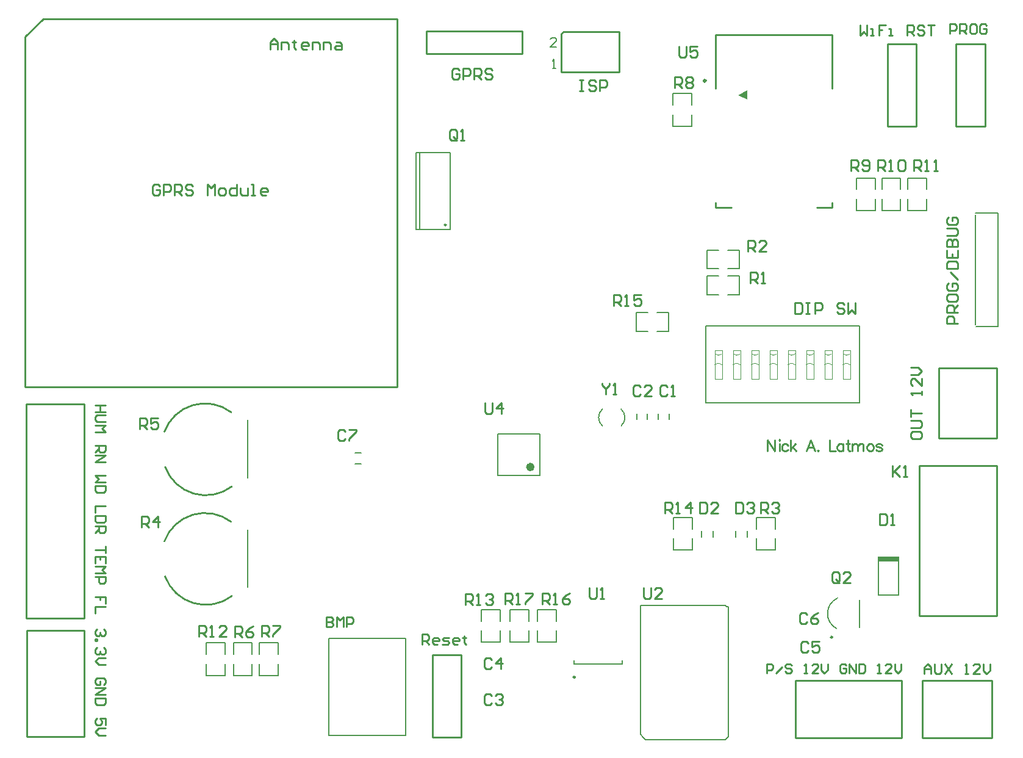
<source format=gto>
%FSLAX25Y25*%
%MOIN*%
G70*
G01*
G75*
G04 Layer_Color=65535*
%ADD10R,0.03937X0.07087*%
%ADD11R,0.03740X0.07480*%
%ADD12R,0.21654X0.27165*%
%ADD13R,0.07087X0.03937*%
%ADD14R,0.07087X0.04331*%
%ADD15R,0.06693X0.04331*%
%ADD16R,0.03937X0.05906*%
%ADD17R,0.08858X0.03937*%
%ADD18O,0.02150X0.05315*%
%ADD19O,0.05315X0.02150*%
%ADD20R,0.43307X0.35433*%
%ADD21O,0.05906X0.17716*%
%ADD22O,0.05906X0.17716*%
%ADD23R,0.05906X0.07087*%
%ADD24R,0.04331X0.06693*%
%ADD25C,0.01378*%
%ADD26C,0.02362*%
%ADD27C,0.04724*%
%ADD28C,0.03150*%
%ADD29C,0.01969*%
%ADD30C,0.01575*%
%ADD31C,0.01841*%
%ADD32C,0.03937*%
%ADD33C,0.03347*%
%ADD34C,0.03307*%
%ADD35R,0.03937X0.04055*%
%ADD36R,0.03937X1.04331*%
%ADD37R,0.33858X0.03543*%
%ADD38R,0.57818X0.04725*%
%ADD39R,0.50394X0.04906*%
%ADD40C,0.15748*%
%ADD41R,0.07874X0.07874*%
%ADD42C,0.07874*%
%ADD43C,0.06693*%
%ADD44R,0.06693X0.06693*%
%ADD45R,0.07087X0.08661*%
%ADD46R,0.08661X0.07087*%
%ADD47R,0.07874X0.07874*%
%ADD48R,0.07480X0.07480*%
%ADD49C,0.07480*%
%ADD50C,0.06299*%
%ADD51R,0.06299X0.06299*%
%ADD52R,0.06693X0.11811*%
%ADD53C,0.05906*%
%ADD54C,0.05000*%
%ADD55C,0.00984*%
%ADD56C,0.01181*%
%ADD57C,0.00787*%
%ADD58C,0.00098*%
%ADD59C,0.01000*%
%ADD60C,0.00512*%
%ADD61C,0.00098*%
%ADD62C,0.00500*%
%ADD63C,0.00800*%
%ADD64R,0.11024X0.03150*%
G36*
X396457Y351437D02*
X391457Y353937D01*
X396457Y356437D01*
Y351437D01*
D02*
G37*
D26*
X279134Y150787D02*
G03*
X279134Y150787I-1181J0D01*
G01*
D55*
X302441Y36024D02*
G03*
X302441Y36024I-492J0D01*
G01*
X443012Y57874D02*
G03*
X443012Y57874I-492J0D01*
G01*
X231988Y283071D02*
G03*
X231988Y283071I-492J0D01*
G01*
X407087Y38189D02*
Y43305D01*
X409645D01*
X410498Y42453D01*
Y40747D01*
X409645Y39895D01*
X407087D01*
X412203Y38189D02*
X415614Y41600D01*
X420730Y42453D02*
X419878Y43305D01*
X418172D01*
X417319Y42453D01*
Y41600D01*
X418172Y40747D01*
X419878D01*
X420730Y39895D01*
Y39042D01*
X419878Y38189D01*
X418172D01*
X417319Y39042D01*
X427553Y38189D02*
X429258D01*
X428405D01*
Y43305D01*
X427553Y42453D01*
X435227Y38189D02*
X431816D01*
X435227Y41600D01*
Y42453D01*
X434374Y43305D01*
X432669D01*
X431816Y42453D01*
X436933Y43305D02*
Y39895D01*
X438638Y38189D01*
X440344Y39895D01*
Y43305D01*
X450576Y42453D02*
X449724Y43305D01*
X448018D01*
X447165Y42453D01*
Y39042D01*
X448018Y38189D01*
X449724D01*
X450576Y39042D01*
Y40747D01*
X448871D01*
X452282Y38189D02*
Y43305D01*
X455693Y38189D01*
Y43305D01*
X457399D02*
Y38189D01*
X459957D01*
X460809Y39042D01*
Y42453D01*
X459957Y43305D01*
X457399D01*
X467631Y38189D02*
X469337D01*
X468484D01*
Y43305D01*
X467631Y42453D01*
X475306Y38189D02*
X471895D01*
X475306Y41600D01*
Y42453D01*
X474453Y43305D01*
X472748D01*
X471895Y42453D01*
X477011Y43305D02*
Y39895D01*
X478717Y38189D01*
X480422Y39895D01*
Y43305D01*
D56*
X373819Y361811D02*
G03*
X373819Y361811I-591J0D01*
G01*
D57*
X445815Y79201D02*
G03*
X445253Y62575I3768J-8450D01*
G01*
X327559Y173228D02*
G03*
X327495Y182459I-4024J4588D01*
G01*
X317387D02*
G03*
X317323Y173228I3960J-4643D01*
G01*
X533465Y227559D02*
Y289370D01*
X301772Y43307D02*
Y45276D01*
X328150Y43307D02*
Y45276D01*
X301772Y43307D02*
X328150D01*
X396457Y112599D02*
Y115748D01*
X390158Y112599D02*
Y115748D01*
X336024Y176772D02*
Y179921D01*
X341929Y176772D02*
Y179921D01*
X353740Y176772D02*
Y179921D01*
X347835Y176772D02*
Y179921D01*
X377953Y112599D02*
Y115748D01*
X371654Y112599D02*
Y115748D01*
X468110Y80905D02*
X479134D01*
X468110D02*
Y101772D01*
X479134Y80905D02*
Y101772D01*
X260236Y168898D02*
X283071D01*
X260236Y146063D02*
X283071D01*
X260236D02*
Y168898D01*
X283071Y146063D02*
Y168898D01*
X457874Y63118D02*
Y78347D01*
X182283Y158465D02*
X185433D01*
X182283Y152559D02*
X185433D01*
X215551Y322638D02*
X234055D01*
X215551Y280512D02*
X234055D01*
Y322638D01*
X215551Y280512D02*
Y322638D01*
X217520Y280512D02*
Y322638D01*
X521260Y228465D02*
Y288464D01*
X521654Y227559D02*
X533465D01*
X521260Y289370D02*
X533465D01*
D58*
X378780Y212598D02*
G03*
X382716Y212598I1969J1969D01*
G01*
Y206693D02*
G03*
X378780Y206693I-1969J-1969D01*
G01*
X392717D02*
G03*
X388779Y206693I-1969J-1969D01*
G01*
Y212598D02*
G03*
X392717Y212598I1969J1969D01*
G01*
X402716Y206693D02*
G03*
X398780Y206693I-1969J-1969D01*
G01*
Y212598D02*
G03*
X402716Y212598I1969J1969D01*
G01*
X412716Y206693D02*
G03*
X408779Y206693I-1969J-1969D01*
G01*
Y212598D02*
G03*
X412716Y212598I1969J1969D01*
G01*
X448779D02*
G03*
X452716Y212598I1969J1969D01*
G01*
Y206693D02*
G03*
X448779Y206693I-1969J-1969D01*
G01*
X438779Y212598D02*
G03*
X442717Y212598I1969J1969D01*
G01*
Y206693D02*
G03*
X438779Y206693I-1969J-1969D01*
G01*
X428780Y212598D02*
G03*
X432717Y212598I1969J1969D01*
G01*
Y206693D02*
G03*
X428780Y206693I-1969J-1969D01*
G01*
X422717D02*
G03*
X418780Y206693I-1969J-1969D01*
G01*
Y212598D02*
G03*
X422717Y212598I1969J1969D01*
G01*
X382716Y198819D02*
Y214567D01*
X378780Y198819D02*
X382716D01*
X378780D02*
Y214567D01*
X388779D02*
X392717D01*
Y198819D02*
Y214567D01*
X388779Y198819D02*
X392717D01*
X388779D02*
Y214567D01*
X398780D02*
X402716D01*
Y198819D02*
Y214567D01*
X398780Y198819D02*
X402716D01*
X398780D02*
Y214567D01*
X408779D02*
X412716D01*
Y198819D02*
Y214567D01*
X408779Y198819D02*
X412716D01*
X408779D02*
Y214567D01*
X418780D02*
X422717D01*
Y198819D02*
Y214567D01*
X418780Y198819D02*
X422717D01*
X418780D02*
Y214567D01*
X428780D02*
X432717D01*
Y198819D02*
Y214567D01*
X428780Y198819D02*
X432717D01*
X428780D02*
Y214567D01*
X438779D02*
X442717D01*
Y198819D02*
Y214567D01*
X438779Y198819D02*
X442717D01*
X438779D02*
Y214567D01*
X448779D02*
X452716D01*
Y198819D02*
Y214567D01*
X448779Y198819D02*
X452716D01*
X448779D02*
Y214567D01*
D59*
X78391Y150798D02*
G03*
X114844Y140151I22168J8171D01*
G01*
X114451Y180715D02*
G03*
X77997Y170068I-14285J-18818D01*
G01*
X78391Y90956D02*
G03*
X114844Y80308I22168J8171D01*
G01*
X114451Y120873D02*
G03*
X77997Y110225I-14285J-18818D01*
G01*
X221260Y388976D02*
X273622D01*
Y376378D02*
Y388976D01*
X221260Y376378D02*
X273622D01*
X221260D02*
Y388976D01*
X294882Y387402D02*
X296063Y388583D01*
X326378D01*
Y366535D02*
Y388583D01*
X294882Y366535D02*
X326378D01*
X294882D02*
Y387402D01*
X379199Y357545D02*
Y386894D01*
Y292644D02*
Y295211D01*
X442850Y357544D02*
Y386894D01*
Y292644D02*
Y295212D01*
X379199Y386894D02*
X442850D01*
X379199Y292644D02*
X387670D01*
X434377D02*
X442850D01*
X442520Y34252D02*
X480709D01*
Y2756D02*
Y34252D01*
X442520Y2756D02*
X480709D01*
X422834D02*
X442520D01*
X422834Y34252D02*
X442520D01*
X422834Y2756D02*
Y34252D01*
X501181Y166535D02*
Y204725D01*
X532677D01*
Y166535D02*
Y204725D01*
X501181Y166535D02*
X532677D01*
X34252Y3543D02*
Y41732D01*
X2756Y3543D02*
X34252D01*
X2756D02*
Y41732D01*
Y61417D01*
X34252Y41732D02*
Y61417D01*
X2756D02*
X34252D01*
X2559Y68307D02*
Y87992D01*
X34055Y68307D02*
Y87992D01*
X2559D02*
Y107677D01*
X34055Y87992D02*
Y107677D01*
X2559Y68307D02*
X34055D01*
X2559Y107677D02*
Y127362D01*
X34055Y107677D02*
Y127362D01*
X2559D02*
Y147047D01*
X34055Y127362D02*
Y147047D01*
Y185236D01*
X2559D02*
X34055D01*
X2559Y147047D02*
Y185236D01*
X532677Y69685D02*
Y151575D01*
X490551Y69685D02*
X532677D01*
X490551D02*
Y151575D01*
X532677D01*
X526378Y337008D02*
Y379134D01*
X510630Y337008D02*
X526378D01*
X510630D02*
Y381890D01*
X526378D01*
Y379134D02*
Y381890D01*
X473228Y339764D02*
Y381890D01*
X488976D01*
Y337008D02*
Y381890D01*
X473228Y337008D02*
X488976D01*
X473228D02*
Y339764D01*
X1969Y251083D02*
Y342224D01*
X59941Y194488D02*
X147539D01*
X60335Y395669D02*
X148720D01*
X205118Y194488D02*
Y395669D01*
X1969Y194488D02*
X59941D01*
X167347D02*
X183342D01*
X147539D02*
X167347D01*
X183342D02*
X205118D01*
X148720Y395669D02*
X205118D01*
X1969Y213361D02*
Y225910D01*
Y194488D02*
Y213361D01*
Y225910D02*
Y251083D01*
Y342224D02*
Y385827D01*
X11811Y395669D02*
X60335D01*
X1969Y385827D02*
X11811Y395669D01*
X492126Y2756D02*
X530315D01*
X492126D02*
Y34252D01*
X530315D01*
Y2756D02*
Y34252D01*
X240158Y3150D02*
Y45276D01*
X224410Y3150D02*
X240158D01*
X224410D02*
Y48031D01*
X240158D01*
Y45276D02*
Y48031D01*
X493307Y37795D02*
Y41469D01*
X495144Y43305D01*
X496980Y41469D01*
Y37795D01*
Y40550D01*
X493307D01*
X498817Y43305D02*
Y38714D01*
X499735Y37795D01*
X501572D01*
X502491Y38714D01*
Y43305D01*
X504327D02*
X508001Y37795D01*
Y43305D02*
X504327Y37795D01*
X515347D02*
X517184D01*
X516265D01*
Y43305D01*
X515347Y42387D01*
X523612Y37795D02*
X519939D01*
X523612Y41469D01*
Y42387D01*
X522694Y43305D01*
X520857D01*
X519939Y42387D01*
X525449Y43305D02*
Y39632D01*
X527286Y37795D01*
X529122Y39632D01*
Y43305D01*
X264173Y75984D02*
Y81982D01*
X267172D01*
X268172Y80983D01*
Y78983D01*
X267172Y77984D01*
X264173D01*
X266173D02*
X268172Y75984D01*
X270171D02*
X272171D01*
X271171D01*
Y81982D01*
X270171Y80983D01*
X275170Y81982D02*
X279168D01*
Y80983D01*
X275170Y76984D01*
Y75984D01*
X284646D02*
Y81982D01*
X287645D01*
X288644Y80983D01*
Y78983D01*
X287645Y77984D01*
X284646D01*
X286645D02*
X288644Y75984D01*
X290644D02*
X292643D01*
X291643D01*
Y81982D01*
X290644Y80983D01*
X299641Y81982D02*
X297641Y80983D01*
X295642Y78983D01*
Y76984D01*
X296642Y75984D01*
X298641D01*
X299641Y76984D01*
Y77984D01*
X298641Y78983D01*
X295642D01*
X316993Y196417D02*
Y195417D01*
X318992Y193418D01*
X320992Y195417D01*
Y196417D01*
X318992Y193418D02*
Y190419D01*
X322991D02*
X324990D01*
X323991D01*
Y196417D01*
X322991Y195417D01*
X359055Y380408D02*
Y375409D01*
X360055Y374410D01*
X362054D01*
X363054Y375409D01*
Y380408D01*
X369052D02*
X365053D01*
Y377409D01*
X367053Y378408D01*
X368052D01*
X369052Y377409D01*
Y375409D01*
X368052Y374410D01*
X366053D01*
X365053Y375409D01*
X253093Y186017D02*
Y181019D01*
X254093Y180019D01*
X256092D01*
X257092Y181019D01*
Y186017D01*
X262090Y180019D02*
Y186017D01*
X259091Y183018D01*
X263090D01*
X75652Y304211D02*
X74653Y305211D01*
X72653D01*
X71653Y304211D01*
Y300212D01*
X72653Y299213D01*
X74653D01*
X75652Y300212D01*
Y302212D01*
X73653D01*
X77652Y299213D02*
Y305211D01*
X80651D01*
X81650Y304211D01*
Y302212D01*
X80651Y301212D01*
X77652D01*
X83650Y299213D02*
Y305211D01*
X86649D01*
X87648Y304211D01*
Y302212D01*
X86649Y301212D01*
X83650D01*
X85649D02*
X87648Y299213D01*
X93646Y304211D02*
X92647Y305211D01*
X90647D01*
X89648Y304211D01*
Y303211D01*
X90647Y302212D01*
X92647D01*
X93646Y301212D01*
Y300212D01*
X92647Y299213D01*
X90647D01*
X89648Y300212D01*
X101644Y299213D02*
Y305211D01*
X103643Y303211D01*
X105643Y305211D01*
Y299213D01*
X108642D02*
X110641D01*
X111641Y300212D01*
Y302212D01*
X110641Y303211D01*
X108642D01*
X107642Y302212D01*
Y300212D01*
X108642Y299213D01*
X117639Y305211D02*
Y299213D01*
X114640D01*
X113640Y300212D01*
Y302212D01*
X114640Y303211D01*
X117639D01*
X119638D02*
Y300212D01*
X120638Y299213D01*
X123637D01*
Y303211D01*
X125636Y299213D02*
X127635D01*
X126636D01*
Y305211D01*
X125636D01*
X133633Y299213D02*
X131634D01*
X130634Y300212D01*
Y302212D01*
X131634Y303211D01*
X133633D01*
X134633Y302212D01*
Y301212D01*
X130634D01*
X339764Y84738D02*
Y79740D01*
X340763Y78740D01*
X342763D01*
X343762Y79740D01*
Y84738D01*
X349761Y78740D02*
X345762D01*
X349761Y82739D01*
Y83738D01*
X348761Y84738D01*
X346761D01*
X345762Y83738D01*
X310236Y84738D02*
Y79740D01*
X311236Y78740D01*
X313235D01*
X314235Y79740D01*
Y84738D01*
X316234Y78740D02*
X318234D01*
X317234D01*
Y84738D01*
X316234Y83738D01*
X239038Y367597D02*
X238038Y368597D01*
X236039D01*
X235039Y367597D01*
Y363598D01*
X236039Y362598D01*
X238038D01*
X239038Y363598D01*
Y365598D01*
X237039D01*
X241037Y362598D02*
Y368597D01*
X244037D01*
X245036Y367597D01*
Y365598D01*
X244037Y364598D01*
X241037D01*
X247036Y362598D02*
Y368597D01*
X250034D01*
X251034Y367597D01*
Y365598D01*
X250034Y364598D01*
X247036D01*
X249035D02*
X251034Y362598D01*
X257032Y367597D02*
X256033Y368597D01*
X254033D01*
X253034Y367597D01*
Y366597D01*
X254033Y365598D01*
X256033D01*
X257032Y364598D01*
Y363598D01*
X256033Y362598D01*
X254033D01*
X253034Y363598D01*
X218898Y53937D02*
Y59447D01*
X221653D01*
X222571Y58529D01*
Y56692D01*
X221653Y55774D01*
X218898D01*
X220734D02*
X222571Y53937D01*
X227163D02*
X225326D01*
X224408Y54855D01*
Y56692D01*
X225326Y57610D01*
X227163D01*
X228081Y56692D01*
Y55774D01*
X224408D01*
X229918Y53937D02*
X232673D01*
X233591Y54855D01*
X232673Y55774D01*
X230836D01*
X229918Y56692D01*
X230836Y57610D01*
X233591D01*
X238183Y53937D02*
X236346D01*
X235428Y54855D01*
Y56692D01*
X236346Y57610D01*
X238183D01*
X239101Y56692D01*
Y55774D01*
X235428D01*
X241856Y58529D02*
Y57610D01*
X240938D01*
X242774D01*
X241856D01*
Y54855D01*
X242774Y53937D01*
X507087Y387402D02*
Y392912D01*
X509842D01*
X510760Y391993D01*
Y390157D01*
X509842Y389238D01*
X507087D01*
X512597Y387402D02*
Y392912D01*
X515352D01*
X516270Y391993D01*
Y390157D01*
X515352Y389238D01*
X512597D01*
X514433D02*
X516270Y387402D01*
X520862Y392912D02*
X519025D01*
X518107Y391993D01*
Y388320D01*
X519025Y387402D01*
X520862D01*
X521780Y388320D01*
Y391993D01*
X520862Y392912D01*
X527290Y391993D02*
X526372Y392912D01*
X524535D01*
X523617Y391993D01*
Y388320D01*
X524535Y387402D01*
X526372D01*
X527290Y388320D01*
Y390157D01*
X525453D01*
X458268Y392124D02*
Y386614D01*
X460104Y388451D01*
X461941Y386614D01*
Y392124D01*
X463778Y386614D02*
X465614D01*
X464696D01*
Y390287D01*
X463778D01*
X472043Y392124D02*
X468369D01*
Y389369D01*
X470206D01*
X468369D01*
Y386614D01*
X473879D02*
X475716D01*
X474798D01*
Y390287D01*
X473879D01*
X483981Y386614D02*
Y392124D01*
X486736D01*
X487654Y391206D01*
Y389369D01*
X486736Y388451D01*
X483981D01*
X485818D02*
X487654Y386614D01*
X493165Y391206D02*
X492246Y392124D01*
X490410D01*
X489491Y391206D01*
Y390287D01*
X490410Y389369D01*
X492246D01*
X493165Y388451D01*
Y387532D01*
X492246Y386614D01*
X490410D01*
X489491Y387532D01*
X495001Y392124D02*
X498675D01*
X496838D01*
Y386614D01*
X323622Y238976D02*
Y244974D01*
X326621D01*
X327621Y243975D01*
Y241975D01*
X326621Y240976D01*
X323622D01*
X325621D02*
X327621Y238976D01*
X329620D02*
X331620D01*
X330620D01*
Y244974D01*
X329620Y243975D01*
X338617Y244974D02*
X334618D01*
Y241975D01*
X336618Y242975D01*
X337617D01*
X338617Y241975D01*
Y239976D01*
X337617Y238976D01*
X335618D01*
X334618Y239976D01*
X351575Y125591D02*
Y131589D01*
X354574D01*
X355574Y130589D01*
Y128590D01*
X354574Y127590D01*
X351575D01*
X353574D02*
X355574Y125591D01*
X357573D02*
X359572D01*
X358573D01*
Y131589D01*
X357573Y130589D01*
X365570Y125591D02*
Y131589D01*
X362571Y128590D01*
X366570D01*
X242520Y75590D02*
Y81589D01*
X245519D01*
X246518Y80589D01*
Y78590D01*
X245519Y77590D01*
X242520D01*
X244519D02*
X246518Y75590D01*
X248518D02*
X250517D01*
X249517D01*
Y81589D01*
X248518Y80589D01*
X253516D02*
X254516Y81589D01*
X256515D01*
X257515Y80589D01*
Y79589D01*
X256515Y78590D01*
X255516D01*
X256515D01*
X257515Y77590D01*
Y76590D01*
X256515Y75590D01*
X254516D01*
X253516Y76590D01*
X96850Y58268D02*
Y64266D01*
X99849D01*
X100849Y63266D01*
Y61267D01*
X99849Y60267D01*
X96850D01*
X98850D02*
X100849Y58268D01*
X102848D02*
X104848D01*
X103848D01*
Y64266D01*
X102848Y63266D01*
X111846Y58268D02*
X107847D01*
X111846Y62266D01*
Y63266D01*
X110846Y64266D01*
X108846D01*
X107847Y63266D01*
X487402Y312598D02*
Y318597D01*
X490401D01*
X491400Y317597D01*
Y315598D01*
X490401Y314598D01*
X487402D01*
X489401D02*
X491400Y312598D01*
X493400D02*
X495399D01*
X494399D01*
Y318597D01*
X493400Y317597D01*
X498398Y312598D02*
X500397D01*
X499398D01*
Y318597D01*
X498398Y317597D01*
X467717Y312598D02*
Y318597D01*
X470716D01*
X471715Y317597D01*
Y315598D01*
X470716Y314598D01*
X467717D01*
X469716D02*
X471715Y312598D01*
X473715D02*
X475714D01*
X474714D01*
Y318597D01*
X473715Y317597D01*
X478713D02*
X479713Y318597D01*
X481712D01*
X482712Y317597D01*
Y313598D01*
X481712Y312598D01*
X479713D01*
X478713Y313598D01*
Y317597D01*
X453150Y312598D02*
Y318597D01*
X456149D01*
X457148Y317597D01*
Y315598D01*
X456149Y314598D01*
X453150D01*
X455149D02*
X457148Y312598D01*
X459148Y313598D02*
X460147Y312598D01*
X462147D01*
X463146Y313598D01*
Y317597D01*
X462147Y318597D01*
X460147D01*
X459148Y317597D01*
Y316597D01*
X460147Y315598D01*
X463146D01*
X356692Y357988D02*
Y363986D01*
X359691D01*
X360691Y362987D01*
Y360987D01*
X359691Y359987D01*
X356692D01*
X358692D02*
X360691Y357988D01*
X362690Y362987D02*
X363690Y363986D01*
X365689D01*
X366689Y362987D01*
Y361987D01*
X365689Y360987D01*
X366689Y359987D01*
Y358988D01*
X365689Y357988D01*
X363690D01*
X362690Y358988D01*
Y359987D01*
X363690Y360987D01*
X362690Y361987D01*
Y362987D01*
X363690Y360987D02*
X365689D01*
X131102Y58268D02*
Y64266D01*
X134101D01*
X135101Y63266D01*
Y61267D01*
X134101Y60267D01*
X131102D01*
X133102D02*
X135101Y58268D01*
X137100Y64266D02*
X141099D01*
Y63266D01*
X137100Y59267D01*
Y58268D01*
X116485Y57945D02*
Y63943D01*
X119484D01*
X120484Y62944D01*
Y60944D01*
X119484Y59945D01*
X116485D01*
X118485D02*
X120484Y57945D01*
X126482Y63943D02*
X124483Y62944D01*
X122484Y60944D01*
Y58945D01*
X123483Y57945D01*
X125482D01*
X126482Y58945D01*
Y59945D01*
X125482Y60944D01*
X122484D01*
X64567Y171653D02*
Y177652D01*
X67566D01*
X68566Y176652D01*
Y174653D01*
X67566Y173653D01*
X64567D01*
X66566D02*
X68566Y171653D01*
X74564Y177652D02*
X70565D01*
Y174653D01*
X72564Y175652D01*
X73564D01*
X74564Y174653D01*
Y172653D01*
X73564Y171653D01*
X71565D01*
X70565Y172653D01*
X65354Y117717D02*
Y123715D01*
X68353D01*
X69353Y122715D01*
Y120716D01*
X68353Y119716D01*
X65354D01*
X67354D02*
X69353Y117717D01*
X74351D02*
Y123715D01*
X71352Y120716D01*
X75351D01*
X403937Y125591D02*
Y131589D01*
X406936D01*
X407936Y130589D01*
Y128590D01*
X406936Y127590D01*
X403937D01*
X405936D02*
X407936Y125591D01*
X409935Y130589D02*
X410935Y131589D01*
X412934D01*
X413934Y130589D01*
Y129589D01*
X412934Y128590D01*
X411934D01*
X412934D01*
X413934Y127590D01*
Y126590D01*
X412934Y125591D01*
X410935D01*
X409935Y126590D01*
X396850Y268504D02*
Y274502D01*
X399849D01*
X400849Y273502D01*
Y271503D01*
X399849Y270503D01*
X396850D01*
X398850D02*
X400849Y268504D01*
X406847D02*
X402848D01*
X406847Y272503D01*
Y273502D01*
X405848Y274502D01*
X403848D01*
X402848Y273502D01*
X398031Y251181D02*
Y257179D01*
X401030D01*
X402030Y256179D01*
Y254180D01*
X401030Y253181D01*
X398031D01*
X400031D02*
X402030Y251181D01*
X404030D02*
X406029D01*
X405029D01*
Y257179D01*
X404030Y256179D01*
X446792Y88619D02*
Y92617D01*
X445792Y93617D01*
X443793D01*
X442793Y92617D01*
Y88619D01*
X443793Y87619D01*
X445792D01*
X444792Y89618D02*
X446792Y87619D01*
X445792D02*
X446792Y88619D01*
X452790Y87619D02*
X448791D01*
X452790Y91618D01*
Y92617D01*
X451790Y93617D01*
X449791D01*
X448791Y92617D01*
X237857Y330134D02*
Y334132D01*
X236857Y335132D01*
X234858D01*
X233858Y334132D01*
Y330134D01*
X234858Y329134D01*
X236857D01*
X235858Y331133D02*
X237857Y329134D01*
X236857D02*
X237857Y330134D01*
X239856Y329134D02*
X241856D01*
X240856D01*
Y335132D01*
X239856Y334132D01*
X45667Y184646D02*
X40157D01*
X42913D01*
Y180972D01*
X45667D01*
X40157D01*
X45667Y179136D02*
X41076D01*
X40157Y178217D01*
Y176381D01*
X41076Y175462D01*
X45667D01*
X40157Y173626D02*
X45667D01*
X43831Y171789D01*
X45667Y169952D01*
X40157D01*
Y162606D02*
X45667D01*
Y159851D01*
X44749Y158932D01*
X42913D01*
X41994Y159851D01*
Y162606D01*
Y160769D02*
X40157Y158932D01*
Y157096D02*
X45667D01*
X40157Y153422D01*
X45667D01*
Y146075D02*
X40157D01*
X41994Y144239D01*
X40157Y142402D01*
X45667D01*
Y140565D02*
X40157D01*
Y137810D01*
X41076Y136892D01*
X44749D01*
X45667Y137810D01*
Y140565D01*
Y129545D02*
X40157D01*
Y125872D01*
X45667Y124035D02*
X40157D01*
Y121280D01*
X41076Y120362D01*
X44749D01*
X45667Y121280D01*
Y124035D01*
X40157Y118525D02*
X45667D01*
Y115770D01*
X44749Y114852D01*
X42913D01*
X41994Y115770D01*
Y118525D01*
Y116689D02*
X40157Y114852D01*
X45667Y107505D02*
Y103832D01*
Y105669D01*
X40157D01*
X45667Y98322D02*
Y101995D01*
X40157D01*
Y98322D01*
X42913Y101995D02*
Y100159D01*
X40157Y96485D02*
X45667D01*
X43831Y94648D01*
X45667Y92812D01*
X40157D01*
Y90975D02*
X45667D01*
Y88220D01*
X44749Y87302D01*
X42913D01*
X41994Y88220D01*
Y90975D01*
X45667Y76282D02*
Y79955D01*
X42913D01*
Y78118D01*
Y79955D01*
X40157D01*
X45667Y74445D02*
X40157D01*
Y70772D01*
X485734Y169141D02*
Y167141D01*
X486734Y166142D01*
X490733D01*
X491732Y167141D01*
Y169141D01*
X490733Y170140D01*
X486734D01*
X485734Y169141D01*
Y172140D02*
X490733D01*
X491732Y173140D01*
Y175139D01*
X490733Y176138D01*
X485734D01*
Y178138D02*
Y182137D01*
Y180137D01*
X491732D01*
Y190134D02*
Y192133D01*
Y191134D01*
X485734D01*
X486734Y190134D01*
X491732Y199131D02*
Y195132D01*
X487734Y199131D01*
X486734D01*
X485734Y198131D01*
Y196132D01*
X486734Y195132D01*
X485734Y201130D02*
X489733D01*
X491732Y203130D01*
X489733Y205129D01*
X485734D01*
X44749Y62205D02*
X45667Y61286D01*
Y59450D01*
X44749Y58531D01*
X43831D01*
X42913Y59450D01*
Y60368D01*
Y59450D01*
X41994Y58531D01*
X41076D01*
X40157Y59450D01*
Y61286D01*
X41076Y62205D01*
X40157Y56695D02*
X41076D01*
Y55776D01*
X40157D01*
Y56695D01*
X44749Y52103D02*
X45667Y51185D01*
Y49348D01*
X44749Y48430D01*
X43831D01*
X42913Y49348D01*
Y50266D01*
Y49348D01*
X41994Y48430D01*
X41076D01*
X40157Y49348D01*
Y51185D01*
X41076Y52103D01*
X45667Y46593D02*
X41994D01*
X40157Y44756D01*
X41994Y42920D01*
X45667D01*
X44749Y31900D02*
X45667Y32818D01*
Y34655D01*
X44749Y35573D01*
X41076D01*
X40157Y34655D01*
Y32818D01*
X41076Y31900D01*
X42913D01*
Y33736D01*
X40157Y30063D02*
X45667D01*
X40157Y26390D01*
X45667D01*
Y24553D02*
X40157D01*
Y21798D01*
X41076Y20879D01*
X44749D01*
X45667Y21798D01*
Y24553D01*
Y9859D02*
Y13533D01*
X42913D01*
X43831Y11696D01*
Y10778D01*
X42913Y9859D01*
X41076D01*
X40157Y10778D01*
Y12614D01*
X41076Y13533D01*
X45667Y8023D02*
X41994D01*
X40157Y6186D01*
X41994Y4349D01*
X45667D01*
X475984Y151667D02*
Y145669D01*
Y147669D01*
X479983Y151667D01*
X476984Y148668D01*
X479983Y145669D01*
X481982D02*
X483982D01*
X482982D01*
Y151667D01*
X481982Y150668D01*
X304724Y362297D02*
X306724D01*
X305724D01*
Y356299D01*
X304724D01*
X306724D01*
X313721Y361298D02*
X312722Y362297D01*
X310722D01*
X309723Y361298D01*
Y360298D01*
X310722Y359298D01*
X312722D01*
X313721Y358299D01*
Y357299D01*
X312722Y356299D01*
X310722D01*
X309723Y357299D01*
X315721Y356299D02*
Y362297D01*
X318720D01*
X319720Y361298D01*
Y359298D01*
X318720Y358299D01*
X315721D01*
X511417Y229134D02*
X505419D01*
Y232133D01*
X506419Y233133D01*
X508418D01*
X509418Y232133D01*
Y229134D01*
X511417Y235132D02*
X505419D01*
Y238131D01*
X506419Y239131D01*
X508418D01*
X509418Y238131D01*
Y235132D01*
Y237131D02*
X511417Y239131D01*
X505419Y244129D02*
Y242130D01*
X506419Y241130D01*
X510418D01*
X511417Y242130D01*
Y244129D01*
X510418Y245129D01*
X506419D01*
X505419Y244129D01*
X506419Y251127D02*
X505419Y250127D01*
Y248128D01*
X506419Y247128D01*
X510418D01*
X511417Y248128D01*
Y250127D01*
X510418Y251127D01*
X508418D01*
Y249127D01*
X511417Y253126D02*
X507419Y257125D01*
X505419Y259124D02*
X511417D01*
Y262123D01*
X510418Y263123D01*
X506419D01*
X505419Y262123D01*
Y259124D01*
Y269121D02*
Y265122D01*
X511417D01*
Y269121D01*
X508418Y265122D02*
Y267122D01*
X505419Y271120D02*
X511417D01*
Y274119D01*
X510418Y275119D01*
X509418D01*
X508418Y274119D01*
Y271120D01*
Y274119D01*
X507419Y275119D01*
X506419D01*
X505419Y274119D01*
Y271120D01*
Y277118D02*
X510418D01*
X511417Y278118D01*
Y280117D01*
X510418Y281117D01*
X505419D01*
X506419Y287115D02*
X505419Y286115D01*
Y284116D01*
X506419Y283116D01*
X510418D01*
X511417Y284116D01*
Y286115D01*
X510418Y287115D01*
X508418D01*
Y285116D01*
X422441Y240644D02*
Y234646D01*
X425440D01*
X426440Y235645D01*
Y239644D01*
X425440Y240644D01*
X422441D01*
X428439D02*
X430438D01*
X429439D01*
Y234646D01*
X428439D01*
X430438D01*
X433437D02*
Y240644D01*
X436436D01*
X437436Y239644D01*
Y237645D01*
X436436Y236645D01*
X433437D01*
X449432Y239644D02*
X448432Y240644D01*
X446433D01*
X445434Y239644D01*
Y238644D01*
X446433Y237645D01*
X448432D01*
X449432Y236645D01*
Y235645D01*
X448432Y234646D01*
X446433D01*
X445434Y235645D01*
X451432Y240644D02*
Y234646D01*
X453431Y236645D01*
X455430Y234646D01*
Y240644D01*
X390158Y131589D02*
Y125591D01*
X393157D01*
X394156Y126590D01*
Y130589D01*
X393157Y131589D01*
X390158D01*
X396156Y130589D02*
X397155Y131589D01*
X399155D01*
X400154Y130589D01*
Y129589D01*
X399155Y128590D01*
X398155D01*
X399155D01*
X400154Y127590D01*
Y126590D01*
X399155Y125591D01*
X397155D01*
X396156Y126590D01*
X370472Y131589D02*
Y125591D01*
X373471D01*
X374471Y126590D01*
Y130589D01*
X373471Y131589D01*
X370472D01*
X380469Y125591D02*
X376470D01*
X380469Y129589D01*
Y130589D01*
X379469Y131589D01*
X377470D01*
X376470Y130589D01*
X468693Y125236D02*
Y119238D01*
X471692D01*
X472692Y120238D01*
Y124236D01*
X471692Y125236D01*
X468693D01*
X474691Y119238D02*
X476690D01*
X475691D01*
Y125236D01*
X474691Y124236D01*
X176833Y170317D02*
X175834Y171317D01*
X173834D01*
X172835Y170317D01*
Y166319D01*
X173834Y165319D01*
X175834D01*
X176833Y166319D01*
X178833Y171317D02*
X182831D01*
Y170317D01*
X178833Y166319D01*
Y165319D01*
X429196Y70353D02*
X428196Y71352D01*
X426196D01*
X425197Y70353D01*
Y66354D01*
X426196Y65354D01*
X428196D01*
X429196Y66354D01*
X435194Y71352D02*
X433194Y70353D01*
X431195Y68353D01*
Y66354D01*
X432195Y65354D01*
X434194D01*
X435194Y66354D01*
Y67354D01*
X434194Y68353D01*
X431195D01*
X429983Y54605D02*
X428983Y55604D01*
X426984D01*
X425984Y54605D01*
Y50606D01*
X426984Y49606D01*
X428983D01*
X429983Y50606D01*
X435981Y55604D02*
X431982D01*
Y52605D01*
X433982Y53605D01*
X434981D01*
X435981Y52605D01*
Y50606D01*
X434981Y49606D01*
X432982D01*
X431982Y50606D01*
X256755Y45550D02*
X255755Y46549D01*
X253756D01*
X252756Y45550D01*
Y41551D01*
X253756Y40551D01*
X255755D01*
X256755Y41551D01*
X261753Y40551D02*
Y46549D01*
X258754Y43550D01*
X262753D01*
X256755Y25864D02*
X255755Y26864D01*
X253756D01*
X252756Y25864D01*
Y21866D01*
X253756Y20866D01*
X255755D01*
X256755Y21866D01*
X258754Y25864D02*
X259754Y26864D01*
X261753D01*
X262753Y25864D01*
Y24865D01*
X261753Y23865D01*
X260753D01*
X261753D01*
X262753Y22865D01*
Y21866D01*
X261753Y20866D01*
X259754D01*
X258754Y21866D01*
X338251Y194369D02*
X337251Y195368D01*
X335252D01*
X334252Y194369D01*
Y190370D01*
X335252Y189370D01*
X337251D01*
X338251Y190370D01*
X344249Y189370D02*
X340250D01*
X344249Y193369D01*
Y194369D01*
X343249Y195368D01*
X341250D01*
X340250Y194369D01*
X352818D02*
X351818Y195368D01*
X349819D01*
X348819Y194369D01*
Y190370D01*
X349819Y189370D01*
X351818D01*
X352818Y190370D01*
X354817Y189370D02*
X356816D01*
X355817D01*
Y195368D01*
X354817Y194369D01*
X166535Y68896D02*
Y63386D01*
X169290D01*
X170209Y64304D01*
Y65223D01*
X169290Y66141D01*
X166535D01*
X169290D01*
X170209Y67059D01*
Y67977D01*
X169290Y68896D01*
X166535D01*
X172046Y63386D02*
Y68896D01*
X173882Y67059D01*
X175719Y68896D01*
Y63386D01*
X177556D02*
Y68896D01*
X180310D01*
X181229Y67977D01*
Y66141D01*
X180310Y65223D01*
X177556D01*
X135827Y378740D02*
Y382739D01*
X137826Y384738D01*
X139825Y382739D01*
Y378740D01*
Y381739D01*
X135827D01*
X141825Y378740D02*
Y382739D01*
X144824D01*
X145824Y381739D01*
Y378740D01*
X148823Y383738D02*
Y382739D01*
X147823D01*
X149822D01*
X148823D01*
Y379740D01*
X149822Y378740D01*
X155820D02*
X153821D01*
X152821Y379740D01*
Y381739D01*
X153821Y382739D01*
X155820D01*
X156820Y381739D01*
Y380739D01*
X152821D01*
X158819Y378740D02*
Y382739D01*
X161818D01*
X162818Y381739D01*
Y378740D01*
X164817D02*
Y382739D01*
X167816D01*
X168816Y381739D01*
Y378740D01*
X171815Y382739D02*
X173814D01*
X174814Y381739D01*
Y378740D01*
X171815D01*
X170816Y379740D01*
X171815Y380739D01*
X174814D01*
X407480Y165447D02*
Y159449D01*
Y165447D02*
X411479Y159449D01*
Y165447D02*
Y159449D01*
X413707Y165447D02*
X413993Y165162D01*
X414279Y165447D01*
X413993Y165733D01*
X413707Y165447D01*
X413993Y163448D02*
Y159449D01*
X418764Y162591D02*
X418192Y163162D01*
X417621Y163448D01*
X416764D01*
X416193Y163162D01*
X415621Y162591D01*
X415336Y161734D01*
Y161163D01*
X415621Y160306D01*
X416193Y159734D01*
X416764Y159449D01*
X417621D01*
X418192Y159734D01*
X418764Y160306D01*
X420049Y165447D02*
Y159449D01*
X422906Y163448D02*
X420049Y160591D01*
X421192Y161734D02*
X423191Y159449D01*
X433418D02*
X431132Y165447D01*
X428847Y159449D01*
X429704Y161448D02*
X432561D01*
X435103Y160020D02*
X434817Y159734D01*
X435103Y159449D01*
X435389Y159734D01*
X435103Y160020D01*
X441416Y165447D02*
Y159449D01*
X444844D01*
X448929Y163448D02*
Y159449D01*
Y162591D02*
X448357Y163162D01*
X447786Y163448D01*
X446929D01*
X446358Y163162D01*
X445786Y162591D01*
X445501Y161734D01*
Y161163D01*
X445786Y160306D01*
X446358Y159734D01*
X446929Y159449D01*
X447786D01*
X448357Y159734D01*
X448929Y160306D01*
X451385Y165447D02*
Y160591D01*
X451671Y159734D01*
X452242Y159449D01*
X452813D01*
X450528Y163448D02*
X452528D01*
X453670D02*
Y159449D01*
Y162305D02*
X454527Y163162D01*
X455099Y163448D01*
X455956D01*
X456527Y163162D01*
X456813Y162305D01*
Y159449D01*
Y162305D02*
X457670Y163162D01*
X458241Y163448D01*
X459098D01*
X459669Y163162D01*
X459955Y162305D01*
Y159449D01*
X463268Y163448D02*
X462697Y163162D01*
X462126Y162591D01*
X461840Y161734D01*
Y161163D01*
X462126Y160306D01*
X462697Y159734D01*
X463268Y159449D01*
X464125D01*
X464697Y159734D01*
X465268Y160306D01*
X465554Y161163D01*
Y161734D01*
X465268Y162591D01*
X464697Y163162D01*
X464125Y163448D01*
X463268D01*
X470010Y162591D02*
X469724Y163162D01*
X468867Y163448D01*
X468010D01*
X467153Y163162D01*
X466868Y162591D01*
X467153Y162020D01*
X467725Y161734D01*
X469153Y161448D01*
X469724Y161163D01*
X470010Y160591D01*
Y160306D01*
X469724Y159734D01*
X468867Y159449D01*
X468010D01*
X467153Y159734D01*
X466868Y160306D01*
D60*
X385827Y269291D02*
X391339D01*
X374410D02*
X380709D01*
X385827Y259055D02*
X391339D01*
X374410D02*
X380709D01*
X374410D02*
Y269291D01*
X391339Y259055D02*
X392126D01*
Y269291D01*
X391339D02*
X392126D01*
X385827Y255118D02*
X391338D01*
X374409D02*
X380709D01*
X385827Y244882D02*
X391338D01*
X374409D02*
X380709D01*
X374409D02*
Y255118D01*
X391338Y244882D02*
X392126D01*
Y255118D01*
X391338D02*
X392126D01*
X261417Y55905D02*
Y61417D01*
Y66535D02*
Y72834D01*
X251181Y55905D02*
Y61417D01*
Y66535D02*
Y72834D01*
X261417D01*
X251181Y55118D02*
Y55905D01*
Y55118D02*
X261417D01*
Y55905D01*
X266929Y66535D02*
Y72047D01*
Y55118D02*
Y61417D01*
X277166Y66535D02*
Y72047D01*
Y55118D02*
Y61417D01*
X266929Y55118D02*
X277166D01*
Y72047D02*
Y72834D01*
X266929D02*
X277166D01*
X266929Y72047D02*
Y72834D01*
X347244Y235039D02*
X352756D01*
X335826D02*
X342126D01*
X347244Y224803D02*
X352756D01*
X335826D02*
X342126D01*
X335826D02*
Y235039D01*
X352756Y224803D02*
X353543D01*
Y235039D01*
X352756D02*
X353543D01*
X411811Y106299D02*
Y111811D01*
Y116929D02*
Y123228D01*
X401575Y106299D02*
Y111811D01*
Y116929D02*
Y123228D01*
X411811D01*
X401575Y105512D02*
Y106299D01*
Y105512D02*
X411811D01*
Y106299D01*
X366535Y106299D02*
Y111811D01*
Y116929D02*
Y123228D01*
X356299Y106299D02*
Y111811D01*
Y116929D02*
Y123228D01*
X366535D01*
X356299Y105512D02*
Y106299D01*
Y105512D02*
X366535D01*
Y106299D01*
X100787Y48425D02*
Y53937D01*
Y37008D02*
Y43307D01*
X111024Y48425D02*
Y53937D01*
Y37008D02*
Y43307D01*
X100787Y37008D02*
X111024D01*
Y53937D02*
Y54725D01*
X100787D02*
X111024D01*
X100787Y53937D02*
Y54725D01*
X484252Y302362D02*
Y307874D01*
Y290945D02*
Y297244D01*
X494488Y302362D02*
Y307874D01*
Y290945D02*
Y297244D01*
X484252Y290945D02*
X494488D01*
Y307874D02*
Y308662D01*
X484252D02*
X494488D01*
X484252Y307874D02*
Y308662D01*
X470079Y302362D02*
Y307874D01*
Y290945D02*
Y297244D01*
X480315Y302362D02*
Y307874D01*
Y290945D02*
Y297244D01*
X470079Y290945D02*
X480315D01*
Y307874D02*
Y308662D01*
X470079D02*
X480315D01*
X470079Y307874D02*
Y308662D01*
X456299Y302362D02*
Y307874D01*
Y290945D02*
Y297244D01*
X466536Y302362D02*
Y307874D01*
Y290945D02*
Y297244D01*
X456299Y290945D02*
X466536D01*
Y307874D02*
Y308662D01*
X456299D02*
X466536D01*
X456299Y307874D02*
Y308662D01*
X355906Y348425D02*
Y353937D01*
Y337008D02*
Y343307D01*
X366142Y348425D02*
Y353937D01*
Y337008D02*
Y343307D01*
X355906Y337008D02*
X366142D01*
Y353937D02*
Y354725D01*
X355906D02*
X366142D01*
X355906Y353937D02*
Y354725D01*
X125984Y37795D02*
Y43307D01*
Y48425D02*
Y54725D01*
X115748Y37795D02*
Y43307D01*
Y48425D02*
Y54725D01*
X125984D01*
X115748Y37008D02*
Y37795D01*
Y37008D02*
X125984D01*
Y37795D01*
X292126Y55906D02*
Y61418D01*
Y66536D02*
Y72835D01*
X281890Y55906D02*
Y61418D01*
Y66536D02*
Y72835D01*
X292126D01*
X281890Y55118D02*
Y55906D01*
Y55118D02*
X292126D01*
Y55906D01*
X167717Y4331D02*
X209842D01*
X167717Y57087D02*
X209842D01*
X167717Y4331D02*
Y57087D01*
X209842Y4331D02*
Y57087D01*
X140157Y37795D02*
Y43307D01*
Y48425D02*
Y54725D01*
X129921Y37795D02*
Y43307D01*
Y48425D02*
Y54725D01*
X140157D01*
X129921Y37008D02*
Y37795D01*
Y37008D02*
X140157D01*
Y37795D01*
X123622Y144882D02*
Y176378D01*
Y85039D02*
Y116535D01*
D61*
X378780Y214567D02*
X382716D01*
X388779D02*
X392717D01*
X398780D02*
X402716D01*
X408779D02*
X412716D01*
D62*
X373779Y185827D02*
Y227953D01*
Y185827D02*
X457717D01*
Y227953D01*
X373779D02*
X457717D01*
X373779Y187795D02*
Y225590D01*
X457717Y187795D02*
Y225590D01*
X338189Y49744D02*
Y75197D01*
X386093Y47510D02*
Y74410D01*
X339606Y3307D02*
X340945Y1969D01*
X384645D01*
X386093Y3416D01*
X338189Y4724D02*
Y49744D01*
X386093Y3416D02*
Y47510D01*
X338189Y75197D02*
X384488D01*
X385276Y74410D02*
X386093D01*
X338189Y4724D02*
X339606Y3307D01*
X384488Y75197D02*
X385276Y74410D01*
D63*
X292309Y380315D02*
X288976D01*
X292309Y383647D01*
Y384480D01*
X291476Y385313D01*
X289809D01*
X288976Y384480D01*
X290158Y368504D02*
X291824D01*
X290990D01*
Y373502D01*
X290158Y372669D01*
D64*
X473622Y100591D02*
D03*
M02*

</source>
